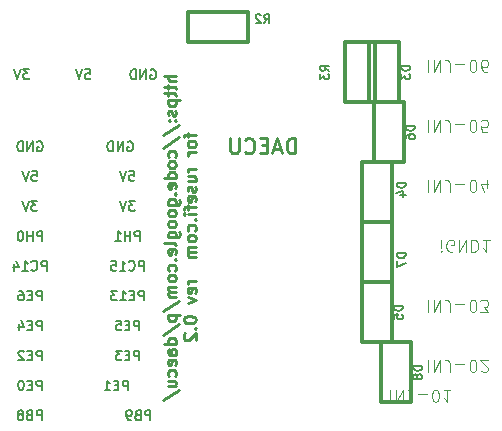
<source format=gbo>
G04 (created by PCBNEW (2013-07-07 BZR 4022)-stable) date 02/12/2013 08:18:55*
%MOIN*%
G04 Gerber Fmt 3.4, Leading zero omitted, Abs format*
%FSLAX34Y34*%
G01*
G70*
G90*
G04 APERTURE LIST*
%ADD10C,0.00590551*%
%ADD11C,0.005*%
%ADD12C,0.01*%
%ADD13C,0.0045*%
%ADD14C,0.012*%
G04 APERTURE END LIST*
G54D10*
G54D11*
X38263Y-49424D02*
X38294Y-49409D01*
X38339Y-49409D01*
X38385Y-49424D01*
X38416Y-49455D01*
X38431Y-49485D01*
X38446Y-49546D01*
X38446Y-49592D01*
X38431Y-49653D01*
X38416Y-49683D01*
X38385Y-49714D01*
X38339Y-49729D01*
X38309Y-49729D01*
X38263Y-49714D01*
X38248Y-49699D01*
X38248Y-49592D01*
X38309Y-49592D01*
X38111Y-49729D02*
X38111Y-49409D01*
X37928Y-49729D01*
X37928Y-49409D01*
X37776Y-49729D02*
X37776Y-49409D01*
X37699Y-49409D01*
X37654Y-49424D01*
X37623Y-49455D01*
X37608Y-49485D01*
X37593Y-49546D01*
X37593Y-49592D01*
X37608Y-49653D01*
X37623Y-49683D01*
X37654Y-49714D01*
X37699Y-49729D01*
X37776Y-49729D01*
X36084Y-49409D02*
X36237Y-49409D01*
X36252Y-49561D01*
X36237Y-49546D01*
X36206Y-49531D01*
X36130Y-49531D01*
X36099Y-49546D01*
X36084Y-49561D01*
X36069Y-49592D01*
X36069Y-49668D01*
X36084Y-49699D01*
X36099Y-49714D01*
X36130Y-49729D01*
X36206Y-49729D01*
X36237Y-49714D01*
X36252Y-49699D01*
X35978Y-49409D02*
X35871Y-49729D01*
X35764Y-49409D01*
X34225Y-49409D02*
X34027Y-49409D01*
X34134Y-49531D01*
X34088Y-49531D01*
X34058Y-49546D01*
X34042Y-49561D01*
X34027Y-49592D01*
X34027Y-49668D01*
X34042Y-49699D01*
X34058Y-49714D01*
X34088Y-49729D01*
X34180Y-49729D01*
X34210Y-49714D01*
X34225Y-49699D01*
X33936Y-49409D02*
X33829Y-49729D01*
X33722Y-49409D01*
X34493Y-51824D02*
X34524Y-51809D01*
X34570Y-51809D01*
X34615Y-51824D01*
X34646Y-51855D01*
X34661Y-51885D01*
X34676Y-51946D01*
X34676Y-51992D01*
X34661Y-52053D01*
X34646Y-52083D01*
X34615Y-52114D01*
X34570Y-52129D01*
X34539Y-52129D01*
X34493Y-52114D01*
X34478Y-52099D01*
X34478Y-51992D01*
X34539Y-51992D01*
X34341Y-52129D02*
X34341Y-51809D01*
X34158Y-52129D01*
X34158Y-51809D01*
X34006Y-52129D02*
X34006Y-51809D01*
X33929Y-51809D01*
X33884Y-51824D01*
X33853Y-51855D01*
X33838Y-51885D01*
X33823Y-51946D01*
X33823Y-51992D01*
X33838Y-52053D01*
X33853Y-52083D01*
X33884Y-52114D01*
X33929Y-52129D01*
X34006Y-52129D01*
X34310Y-52805D02*
X34463Y-52805D01*
X34478Y-52957D01*
X34463Y-52942D01*
X34432Y-52927D01*
X34356Y-52927D01*
X34326Y-52942D01*
X34310Y-52957D01*
X34295Y-52988D01*
X34295Y-53064D01*
X34310Y-53095D01*
X34326Y-53110D01*
X34356Y-53125D01*
X34432Y-53125D01*
X34463Y-53110D01*
X34478Y-53095D01*
X34204Y-52805D02*
X34097Y-53125D01*
X33990Y-52805D01*
X34493Y-53801D02*
X34295Y-53801D01*
X34402Y-53923D01*
X34356Y-53923D01*
X34326Y-53938D01*
X34310Y-53953D01*
X34295Y-53984D01*
X34295Y-54060D01*
X34310Y-54091D01*
X34326Y-54106D01*
X34356Y-54121D01*
X34448Y-54121D01*
X34478Y-54106D01*
X34493Y-54091D01*
X34204Y-53801D02*
X34097Y-54121D01*
X33990Y-53801D01*
X34653Y-55117D02*
X34653Y-54797D01*
X34531Y-54797D01*
X34501Y-54812D01*
X34486Y-54828D01*
X34470Y-54858D01*
X34470Y-54904D01*
X34486Y-54934D01*
X34501Y-54949D01*
X34531Y-54965D01*
X34653Y-54965D01*
X34333Y-55117D02*
X34333Y-54797D01*
X34333Y-54949D02*
X34150Y-54949D01*
X34150Y-55117D02*
X34150Y-54797D01*
X33937Y-54797D02*
X33907Y-54797D01*
X33876Y-54812D01*
X33861Y-54828D01*
X33846Y-54858D01*
X33830Y-54919D01*
X33830Y-54995D01*
X33846Y-55056D01*
X33861Y-55087D01*
X33876Y-55102D01*
X33907Y-55117D01*
X33937Y-55117D01*
X33968Y-55102D01*
X33983Y-55087D01*
X33998Y-55056D01*
X34013Y-54995D01*
X34013Y-54919D01*
X33998Y-54858D01*
X33983Y-54828D01*
X33968Y-54812D01*
X33937Y-54797D01*
X34798Y-56113D02*
X34798Y-55793D01*
X34676Y-55793D01*
X34646Y-55808D01*
X34630Y-55824D01*
X34615Y-55854D01*
X34615Y-55900D01*
X34630Y-55930D01*
X34646Y-55945D01*
X34676Y-55961D01*
X34798Y-55961D01*
X34295Y-56083D02*
X34310Y-56098D01*
X34356Y-56113D01*
X34387Y-56113D01*
X34432Y-56098D01*
X34463Y-56067D01*
X34478Y-56037D01*
X34493Y-55976D01*
X34493Y-55930D01*
X34478Y-55869D01*
X34463Y-55839D01*
X34432Y-55808D01*
X34387Y-55793D01*
X34356Y-55793D01*
X34310Y-55808D01*
X34295Y-55824D01*
X33990Y-56113D02*
X34173Y-56113D01*
X34082Y-56113D02*
X34082Y-55793D01*
X34112Y-55839D01*
X34143Y-55869D01*
X34173Y-55884D01*
X33716Y-55900D02*
X33716Y-56113D01*
X33792Y-55778D02*
X33869Y-56006D01*
X33670Y-56006D01*
X34630Y-57109D02*
X34630Y-56789D01*
X34509Y-56789D01*
X34478Y-56804D01*
X34463Y-56820D01*
X34448Y-56850D01*
X34448Y-56896D01*
X34463Y-56926D01*
X34478Y-56941D01*
X34509Y-56957D01*
X34630Y-56957D01*
X34310Y-56941D02*
X34204Y-56941D01*
X34158Y-57109D02*
X34310Y-57109D01*
X34310Y-56789D01*
X34158Y-56789D01*
X33884Y-56789D02*
X33945Y-56789D01*
X33975Y-56804D01*
X33990Y-56820D01*
X34021Y-56865D01*
X34036Y-56926D01*
X34036Y-57048D01*
X34021Y-57079D01*
X34006Y-57094D01*
X33975Y-57109D01*
X33914Y-57109D01*
X33884Y-57094D01*
X33869Y-57079D01*
X33853Y-57048D01*
X33853Y-56972D01*
X33869Y-56941D01*
X33884Y-56926D01*
X33914Y-56911D01*
X33975Y-56911D01*
X34006Y-56926D01*
X34021Y-56941D01*
X34036Y-56972D01*
X34630Y-58105D02*
X34630Y-57785D01*
X34509Y-57785D01*
X34478Y-57800D01*
X34463Y-57816D01*
X34448Y-57846D01*
X34448Y-57892D01*
X34463Y-57922D01*
X34478Y-57937D01*
X34509Y-57953D01*
X34630Y-57953D01*
X34310Y-57937D02*
X34204Y-57937D01*
X34158Y-58105D02*
X34310Y-58105D01*
X34310Y-57785D01*
X34158Y-57785D01*
X33884Y-57892D02*
X33884Y-58105D01*
X33960Y-57770D02*
X34036Y-57998D01*
X33838Y-57998D01*
X34630Y-59101D02*
X34630Y-58781D01*
X34509Y-58781D01*
X34478Y-58796D01*
X34463Y-58812D01*
X34448Y-58842D01*
X34448Y-58888D01*
X34463Y-58918D01*
X34478Y-58933D01*
X34509Y-58949D01*
X34630Y-58949D01*
X34310Y-58933D02*
X34204Y-58933D01*
X34158Y-59101D02*
X34310Y-59101D01*
X34310Y-58781D01*
X34158Y-58781D01*
X34036Y-58812D02*
X34021Y-58796D01*
X33990Y-58781D01*
X33914Y-58781D01*
X33884Y-58796D01*
X33869Y-58812D01*
X33853Y-58842D01*
X33853Y-58872D01*
X33869Y-58918D01*
X34051Y-59101D01*
X33853Y-59101D01*
X34630Y-60097D02*
X34630Y-59777D01*
X34509Y-59777D01*
X34478Y-59792D01*
X34463Y-59808D01*
X34448Y-59838D01*
X34448Y-59884D01*
X34463Y-59914D01*
X34478Y-59929D01*
X34509Y-59945D01*
X34630Y-59945D01*
X34310Y-59929D02*
X34204Y-59929D01*
X34158Y-60097D02*
X34310Y-60097D01*
X34310Y-59777D01*
X34158Y-59777D01*
X33960Y-59777D02*
X33930Y-59777D01*
X33899Y-59792D01*
X33884Y-59808D01*
X33869Y-59838D01*
X33853Y-59899D01*
X33853Y-59975D01*
X33869Y-60036D01*
X33884Y-60067D01*
X33899Y-60082D01*
X33930Y-60097D01*
X33960Y-60097D01*
X33990Y-60082D01*
X34006Y-60067D01*
X34021Y-60036D01*
X34036Y-59975D01*
X34036Y-59899D01*
X34021Y-59838D01*
X34006Y-59808D01*
X33990Y-59792D01*
X33960Y-59777D01*
X34646Y-61093D02*
X34646Y-60773D01*
X34524Y-60773D01*
X34493Y-60788D01*
X34478Y-60804D01*
X34463Y-60834D01*
X34463Y-60880D01*
X34478Y-60910D01*
X34493Y-60925D01*
X34524Y-60941D01*
X34646Y-60941D01*
X34219Y-60925D02*
X34173Y-60941D01*
X34158Y-60956D01*
X34143Y-60986D01*
X34143Y-61032D01*
X34158Y-61063D01*
X34173Y-61078D01*
X34204Y-61093D01*
X34326Y-61093D01*
X34326Y-60773D01*
X34219Y-60773D01*
X34189Y-60788D01*
X34173Y-60804D01*
X34158Y-60834D01*
X34158Y-60864D01*
X34173Y-60895D01*
X34189Y-60910D01*
X34219Y-60925D01*
X34326Y-60925D01*
X33960Y-60910D02*
X33990Y-60895D01*
X34006Y-60880D01*
X34021Y-60849D01*
X34021Y-60834D01*
X34006Y-60804D01*
X33990Y-60788D01*
X33960Y-60773D01*
X33899Y-60773D01*
X33869Y-60788D01*
X33853Y-60804D01*
X33838Y-60834D01*
X33838Y-60849D01*
X33853Y-60880D01*
X33869Y-60895D01*
X33899Y-60910D01*
X33960Y-60910D01*
X33990Y-60925D01*
X34006Y-60941D01*
X34021Y-60971D01*
X34021Y-61032D01*
X34006Y-61063D01*
X33990Y-61078D01*
X33960Y-61093D01*
X33899Y-61093D01*
X33869Y-61078D01*
X33853Y-61063D01*
X33838Y-61032D01*
X33838Y-60971D01*
X33853Y-60941D01*
X33869Y-60925D01*
X33899Y-60910D01*
X37500Y-51824D02*
X37530Y-51809D01*
X37576Y-51809D01*
X37621Y-51824D01*
X37652Y-51855D01*
X37667Y-51885D01*
X37682Y-51946D01*
X37682Y-51992D01*
X37667Y-52053D01*
X37652Y-52083D01*
X37621Y-52114D01*
X37576Y-52129D01*
X37545Y-52129D01*
X37500Y-52114D01*
X37484Y-52099D01*
X37484Y-51992D01*
X37545Y-51992D01*
X37347Y-52129D02*
X37347Y-51809D01*
X37164Y-52129D01*
X37164Y-51809D01*
X37012Y-52129D02*
X37012Y-51809D01*
X36936Y-51809D01*
X36890Y-51824D01*
X36860Y-51855D01*
X36844Y-51885D01*
X36829Y-51946D01*
X36829Y-51992D01*
X36844Y-52053D01*
X36860Y-52083D01*
X36890Y-52114D01*
X36936Y-52129D01*
X37012Y-52129D01*
X37560Y-52805D02*
X37713Y-52805D01*
X37728Y-52957D01*
X37713Y-52942D01*
X37682Y-52927D01*
X37606Y-52927D01*
X37576Y-52942D01*
X37560Y-52957D01*
X37545Y-52988D01*
X37545Y-53064D01*
X37560Y-53095D01*
X37576Y-53110D01*
X37606Y-53125D01*
X37682Y-53125D01*
X37713Y-53110D01*
X37728Y-53095D01*
X37454Y-52805D02*
X37347Y-53125D01*
X37240Y-52805D01*
X37743Y-53801D02*
X37545Y-53801D01*
X37652Y-53923D01*
X37606Y-53923D01*
X37576Y-53938D01*
X37560Y-53953D01*
X37545Y-53984D01*
X37545Y-54060D01*
X37560Y-54091D01*
X37576Y-54106D01*
X37606Y-54121D01*
X37698Y-54121D01*
X37728Y-54106D01*
X37743Y-54091D01*
X37454Y-53801D02*
X37347Y-54121D01*
X37240Y-53801D01*
X37903Y-55117D02*
X37903Y-54797D01*
X37781Y-54797D01*
X37751Y-54812D01*
X37736Y-54828D01*
X37720Y-54858D01*
X37720Y-54904D01*
X37736Y-54934D01*
X37751Y-54949D01*
X37781Y-54965D01*
X37903Y-54965D01*
X37583Y-55117D02*
X37583Y-54797D01*
X37583Y-54949D02*
X37400Y-54949D01*
X37400Y-55117D02*
X37400Y-54797D01*
X37080Y-55117D02*
X37263Y-55117D01*
X37172Y-55117D02*
X37172Y-54797D01*
X37202Y-54843D01*
X37233Y-54873D01*
X37263Y-54888D01*
X38048Y-56113D02*
X38048Y-55793D01*
X37926Y-55793D01*
X37896Y-55808D01*
X37880Y-55824D01*
X37865Y-55854D01*
X37865Y-55900D01*
X37880Y-55930D01*
X37896Y-55945D01*
X37926Y-55961D01*
X38048Y-55961D01*
X37545Y-56083D02*
X37560Y-56098D01*
X37606Y-56113D01*
X37637Y-56113D01*
X37682Y-56098D01*
X37713Y-56067D01*
X37728Y-56037D01*
X37743Y-55976D01*
X37743Y-55930D01*
X37728Y-55869D01*
X37713Y-55839D01*
X37682Y-55808D01*
X37637Y-55793D01*
X37606Y-55793D01*
X37560Y-55808D01*
X37545Y-55824D01*
X37240Y-56113D02*
X37423Y-56113D01*
X37332Y-56113D02*
X37332Y-55793D01*
X37362Y-55839D01*
X37393Y-55869D01*
X37423Y-55884D01*
X36951Y-55793D02*
X37103Y-55793D01*
X37119Y-55945D01*
X37103Y-55930D01*
X37073Y-55915D01*
X36997Y-55915D01*
X36966Y-55930D01*
X36951Y-55945D01*
X36936Y-55976D01*
X36936Y-56052D01*
X36951Y-56083D01*
X36966Y-56098D01*
X36997Y-56113D01*
X37073Y-56113D01*
X37103Y-56098D01*
X37119Y-56083D01*
X38033Y-57109D02*
X38033Y-56789D01*
X37911Y-56789D01*
X37880Y-56804D01*
X37865Y-56820D01*
X37850Y-56850D01*
X37850Y-56896D01*
X37865Y-56926D01*
X37880Y-56941D01*
X37911Y-56957D01*
X38033Y-56957D01*
X37713Y-56941D02*
X37606Y-56941D01*
X37560Y-57109D02*
X37713Y-57109D01*
X37713Y-56789D01*
X37560Y-56789D01*
X37256Y-57109D02*
X37439Y-57109D01*
X37347Y-57109D02*
X37347Y-56789D01*
X37378Y-56835D01*
X37408Y-56865D01*
X37439Y-56880D01*
X37149Y-56789D02*
X36951Y-56789D01*
X37058Y-56911D01*
X37012Y-56911D01*
X36981Y-56926D01*
X36966Y-56941D01*
X36951Y-56972D01*
X36951Y-57048D01*
X36966Y-57079D01*
X36981Y-57094D01*
X37012Y-57109D01*
X37103Y-57109D01*
X37134Y-57094D01*
X37149Y-57079D01*
X37880Y-58105D02*
X37880Y-57785D01*
X37759Y-57785D01*
X37728Y-57800D01*
X37713Y-57816D01*
X37698Y-57846D01*
X37698Y-57892D01*
X37713Y-57922D01*
X37728Y-57937D01*
X37759Y-57953D01*
X37880Y-57953D01*
X37560Y-57937D02*
X37454Y-57937D01*
X37408Y-58105D02*
X37560Y-58105D01*
X37560Y-57785D01*
X37408Y-57785D01*
X37119Y-57785D02*
X37271Y-57785D01*
X37286Y-57937D01*
X37271Y-57922D01*
X37240Y-57907D01*
X37164Y-57907D01*
X37134Y-57922D01*
X37119Y-57937D01*
X37103Y-57968D01*
X37103Y-58044D01*
X37119Y-58075D01*
X37134Y-58090D01*
X37164Y-58105D01*
X37240Y-58105D01*
X37271Y-58090D01*
X37286Y-58075D01*
X37880Y-59101D02*
X37880Y-58781D01*
X37759Y-58781D01*
X37728Y-58796D01*
X37713Y-58812D01*
X37698Y-58842D01*
X37698Y-58888D01*
X37713Y-58918D01*
X37728Y-58933D01*
X37759Y-58949D01*
X37880Y-58949D01*
X37560Y-58933D02*
X37454Y-58933D01*
X37408Y-59101D02*
X37560Y-59101D01*
X37560Y-58781D01*
X37408Y-58781D01*
X37301Y-58781D02*
X37103Y-58781D01*
X37210Y-58903D01*
X37164Y-58903D01*
X37134Y-58918D01*
X37119Y-58933D01*
X37103Y-58964D01*
X37103Y-59040D01*
X37119Y-59071D01*
X37134Y-59086D01*
X37164Y-59101D01*
X37256Y-59101D01*
X37286Y-59086D01*
X37301Y-59071D01*
X37515Y-60097D02*
X37515Y-59777D01*
X37393Y-59777D01*
X37362Y-59792D01*
X37347Y-59808D01*
X37332Y-59838D01*
X37332Y-59884D01*
X37347Y-59914D01*
X37362Y-59929D01*
X37393Y-59945D01*
X37515Y-59945D01*
X37195Y-59929D02*
X37088Y-59929D01*
X37042Y-60097D02*
X37195Y-60097D01*
X37195Y-59777D01*
X37042Y-59777D01*
X36738Y-60097D02*
X36920Y-60097D01*
X36829Y-60097D02*
X36829Y-59777D01*
X36860Y-59823D01*
X36890Y-59853D01*
X36920Y-59868D01*
X38261Y-61093D02*
X38261Y-60773D01*
X38139Y-60773D01*
X38109Y-60788D01*
X38094Y-60804D01*
X38079Y-60834D01*
X38079Y-60880D01*
X38094Y-60910D01*
X38109Y-60925D01*
X38139Y-60941D01*
X38261Y-60941D01*
X37835Y-60925D02*
X37789Y-60941D01*
X37774Y-60956D01*
X37759Y-60986D01*
X37759Y-61032D01*
X37774Y-61063D01*
X37789Y-61078D01*
X37819Y-61093D01*
X37941Y-61093D01*
X37941Y-60773D01*
X37835Y-60773D01*
X37804Y-60788D01*
X37789Y-60804D01*
X37774Y-60834D01*
X37774Y-60864D01*
X37789Y-60895D01*
X37804Y-60910D01*
X37835Y-60925D01*
X37941Y-60925D01*
X37606Y-61093D02*
X37545Y-61093D01*
X37515Y-61078D01*
X37499Y-61063D01*
X37469Y-61017D01*
X37454Y-60956D01*
X37454Y-60834D01*
X37469Y-60804D01*
X37484Y-60788D01*
X37515Y-60773D01*
X37576Y-60773D01*
X37606Y-60788D01*
X37621Y-60804D01*
X37637Y-60834D01*
X37637Y-60910D01*
X37621Y-60941D01*
X37606Y-60956D01*
X37576Y-60971D01*
X37515Y-60971D01*
X37484Y-60956D01*
X37469Y-60941D01*
X37454Y-60910D01*
G54D12*
X43083Y-52202D02*
X43083Y-51702D01*
X42964Y-51702D01*
X42892Y-51726D01*
X42845Y-51773D01*
X42821Y-51821D01*
X42797Y-51916D01*
X42797Y-51988D01*
X42821Y-52083D01*
X42845Y-52130D01*
X42892Y-52178D01*
X42964Y-52202D01*
X43083Y-52202D01*
X42607Y-52059D02*
X42369Y-52059D01*
X42654Y-52202D02*
X42488Y-51702D01*
X42321Y-52202D01*
X42154Y-51940D02*
X41988Y-51940D01*
X41916Y-52202D02*
X42154Y-52202D01*
X42154Y-51702D01*
X41916Y-51702D01*
X41416Y-52154D02*
X41440Y-52178D01*
X41511Y-52202D01*
X41559Y-52202D01*
X41630Y-52178D01*
X41678Y-52130D01*
X41702Y-52083D01*
X41726Y-51988D01*
X41726Y-51916D01*
X41702Y-51821D01*
X41678Y-51773D01*
X41630Y-51726D01*
X41559Y-51702D01*
X41511Y-51702D01*
X41440Y-51726D01*
X41416Y-51750D01*
X41202Y-51702D02*
X41202Y-52107D01*
X41178Y-52154D01*
X41154Y-52178D01*
X41107Y-52202D01*
X41011Y-52202D01*
X40964Y-52178D01*
X40940Y-52154D01*
X40916Y-52107D01*
X40916Y-51702D01*
X39111Y-49619D02*
X38711Y-49619D01*
X39111Y-49790D02*
X38902Y-49790D01*
X38864Y-49771D01*
X38845Y-49733D01*
X38845Y-49676D01*
X38864Y-49638D01*
X38883Y-49619D01*
X38845Y-49923D02*
X38845Y-50076D01*
X38711Y-49980D02*
X39054Y-49980D01*
X39092Y-50000D01*
X39111Y-50038D01*
X39111Y-50076D01*
X38845Y-50152D02*
X38845Y-50304D01*
X38711Y-50209D02*
X39054Y-50209D01*
X39092Y-50228D01*
X39111Y-50266D01*
X39111Y-50304D01*
X38845Y-50438D02*
X39245Y-50438D01*
X38864Y-50438D02*
X38845Y-50476D01*
X38845Y-50552D01*
X38864Y-50590D01*
X38883Y-50609D01*
X38921Y-50628D01*
X39035Y-50628D01*
X39073Y-50609D01*
X39092Y-50590D01*
X39111Y-50552D01*
X39111Y-50476D01*
X39092Y-50438D01*
X39092Y-50780D02*
X39111Y-50819D01*
X39111Y-50895D01*
X39092Y-50933D01*
X39054Y-50952D01*
X39035Y-50952D01*
X38997Y-50933D01*
X38978Y-50895D01*
X38978Y-50838D01*
X38959Y-50800D01*
X38921Y-50780D01*
X38902Y-50780D01*
X38864Y-50800D01*
X38845Y-50838D01*
X38845Y-50895D01*
X38864Y-50933D01*
X39073Y-51123D02*
X39092Y-51142D01*
X39111Y-51123D01*
X39092Y-51104D01*
X39073Y-51123D01*
X39111Y-51123D01*
X38864Y-51123D02*
X38883Y-51142D01*
X38902Y-51123D01*
X38883Y-51104D01*
X38864Y-51123D01*
X38902Y-51123D01*
X38692Y-51600D02*
X39207Y-51257D01*
X38692Y-52019D02*
X39207Y-51676D01*
X39092Y-52323D02*
X39111Y-52285D01*
X39111Y-52209D01*
X39092Y-52171D01*
X39073Y-52152D01*
X39035Y-52133D01*
X38921Y-52133D01*
X38883Y-52152D01*
X38864Y-52171D01*
X38845Y-52209D01*
X38845Y-52285D01*
X38864Y-52323D01*
X39111Y-52552D02*
X39092Y-52514D01*
X39073Y-52495D01*
X39035Y-52476D01*
X38921Y-52476D01*
X38883Y-52495D01*
X38864Y-52514D01*
X38845Y-52552D01*
X38845Y-52609D01*
X38864Y-52647D01*
X38883Y-52666D01*
X38921Y-52685D01*
X39035Y-52685D01*
X39073Y-52666D01*
X39092Y-52647D01*
X39111Y-52609D01*
X39111Y-52552D01*
X39111Y-53028D02*
X38711Y-53028D01*
X39092Y-53028D02*
X39111Y-52990D01*
X39111Y-52914D01*
X39092Y-52876D01*
X39073Y-52857D01*
X39035Y-52838D01*
X38921Y-52838D01*
X38883Y-52857D01*
X38864Y-52876D01*
X38845Y-52914D01*
X38845Y-52990D01*
X38864Y-53028D01*
X39092Y-53371D02*
X39111Y-53333D01*
X39111Y-53257D01*
X39092Y-53219D01*
X39054Y-53200D01*
X38902Y-53200D01*
X38864Y-53219D01*
X38845Y-53257D01*
X38845Y-53333D01*
X38864Y-53371D01*
X38902Y-53390D01*
X38940Y-53390D01*
X38978Y-53200D01*
X39073Y-53561D02*
X39092Y-53580D01*
X39111Y-53561D01*
X39092Y-53542D01*
X39073Y-53561D01*
X39111Y-53561D01*
X38845Y-53923D02*
X39169Y-53923D01*
X39207Y-53904D01*
X39226Y-53885D01*
X39245Y-53847D01*
X39245Y-53790D01*
X39226Y-53752D01*
X39092Y-53923D02*
X39111Y-53885D01*
X39111Y-53809D01*
X39092Y-53771D01*
X39073Y-53752D01*
X39035Y-53733D01*
X38921Y-53733D01*
X38883Y-53752D01*
X38864Y-53771D01*
X38845Y-53809D01*
X38845Y-53885D01*
X38864Y-53923D01*
X39111Y-54171D02*
X39092Y-54133D01*
X39073Y-54114D01*
X39035Y-54095D01*
X38921Y-54095D01*
X38883Y-54114D01*
X38864Y-54133D01*
X38845Y-54171D01*
X38845Y-54228D01*
X38864Y-54266D01*
X38883Y-54285D01*
X38921Y-54304D01*
X39035Y-54304D01*
X39073Y-54285D01*
X39092Y-54266D01*
X39111Y-54228D01*
X39111Y-54171D01*
X39111Y-54533D02*
X39092Y-54495D01*
X39073Y-54476D01*
X39035Y-54457D01*
X38921Y-54457D01*
X38883Y-54476D01*
X38864Y-54495D01*
X38845Y-54533D01*
X38845Y-54590D01*
X38864Y-54628D01*
X38883Y-54647D01*
X38921Y-54666D01*
X39035Y-54666D01*
X39073Y-54647D01*
X39092Y-54628D01*
X39111Y-54590D01*
X39111Y-54533D01*
X38845Y-55009D02*
X39169Y-55009D01*
X39207Y-54990D01*
X39226Y-54971D01*
X39245Y-54933D01*
X39245Y-54876D01*
X39226Y-54838D01*
X39092Y-55009D02*
X39111Y-54971D01*
X39111Y-54895D01*
X39092Y-54857D01*
X39073Y-54838D01*
X39035Y-54819D01*
X38921Y-54819D01*
X38883Y-54838D01*
X38864Y-54857D01*
X38845Y-54895D01*
X38845Y-54971D01*
X38864Y-55009D01*
X39111Y-55257D02*
X39092Y-55219D01*
X39054Y-55200D01*
X38711Y-55200D01*
X39092Y-55561D02*
X39111Y-55523D01*
X39111Y-55447D01*
X39092Y-55409D01*
X39054Y-55390D01*
X38902Y-55390D01*
X38864Y-55409D01*
X38845Y-55447D01*
X38845Y-55523D01*
X38864Y-55561D01*
X38902Y-55580D01*
X38940Y-55580D01*
X38978Y-55390D01*
X39073Y-55752D02*
X39092Y-55771D01*
X39111Y-55752D01*
X39092Y-55733D01*
X39073Y-55752D01*
X39111Y-55752D01*
X39092Y-56114D02*
X39111Y-56076D01*
X39111Y-56000D01*
X39092Y-55961D01*
X39073Y-55942D01*
X39035Y-55923D01*
X38921Y-55923D01*
X38883Y-55942D01*
X38864Y-55961D01*
X38845Y-56000D01*
X38845Y-56076D01*
X38864Y-56114D01*
X39111Y-56342D02*
X39092Y-56304D01*
X39073Y-56285D01*
X39035Y-56266D01*
X38921Y-56266D01*
X38883Y-56285D01*
X38864Y-56304D01*
X38845Y-56342D01*
X38845Y-56399D01*
X38864Y-56438D01*
X38883Y-56457D01*
X38921Y-56476D01*
X39035Y-56476D01*
X39073Y-56457D01*
X39092Y-56438D01*
X39111Y-56399D01*
X39111Y-56342D01*
X39111Y-56647D02*
X38845Y-56647D01*
X38883Y-56647D02*
X38864Y-56666D01*
X38845Y-56704D01*
X38845Y-56761D01*
X38864Y-56799D01*
X38902Y-56819D01*
X39111Y-56819D01*
X38902Y-56819D02*
X38864Y-56838D01*
X38845Y-56876D01*
X38845Y-56933D01*
X38864Y-56971D01*
X38902Y-56990D01*
X39111Y-56990D01*
X38692Y-57466D02*
X39207Y-57123D01*
X38845Y-57600D02*
X39245Y-57600D01*
X38864Y-57600D02*
X38845Y-57638D01*
X38845Y-57714D01*
X38864Y-57752D01*
X38883Y-57771D01*
X38921Y-57790D01*
X39035Y-57790D01*
X39073Y-57771D01*
X39092Y-57752D01*
X39111Y-57714D01*
X39111Y-57638D01*
X39092Y-57600D01*
X38692Y-58247D02*
X39207Y-57904D01*
X39111Y-58552D02*
X38711Y-58552D01*
X39092Y-58552D02*
X39111Y-58514D01*
X39111Y-58438D01*
X39092Y-58400D01*
X39073Y-58380D01*
X39035Y-58361D01*
X38921Y-58361D01*
X38883Y-58380D01*
X38864Y-58400D01*
X38845Y-58438D01*
X38845Y-58514D01*
X38864Y-58552D01*
X39111Y-58914D02*
X38902Y-58914D01*
X38864Y-58895D01*
X38845Y-58857D01*
X38845Y-58780D01*
X38864Y-58742D01*
X39092Y-58914D02*
X39111Y-58876D01*
X39111Y-58780D01*
X39092Y-58742D01*
X39054Y-58723D01*
X39016Y-58723D01*
X38978Y-58742D01*
X38959Y-58780D01*
X38959Y-58876D01*
X38940Y-58914D01*
X39092Y-59257D02*
X39111Y-59219D01*
X39111Y-59142D01*
X39092Y-59104D01*
X39054Y-59085D01*
X38902Y-59085D01*
X38864Y-59104D01*
X38845Y-59142D01*
X38845Y-59219D01*
X38864Y-59257D01*
X38902Y-59276D01*
X38940Y-59276D01*
X38978Y-59085D01*
X39092Y-59619D02*
X39111Y-59580D01*
X39111Y-59504D01*
X39092Y-59466D01*
X39073Y-59447D01*
X39035Y-59428D01*
X38921Y-59428D01*
X38883Y-59447D01*
X38864Y-59466D01*
X38845Y-59504D01*
X38845Y-59580D01*
X38864Y-59619D01*
X38845Y-59961D02*
X39111Y-59961D01*
X38845Y-59790D02*
X39054Y-59790D01*
X39092Y-59809D01*
X39111Y-59847D01*
X39111Y-59904D01*
X39092Y-59942D01*
X39073Y-59961D01*
X38692Y-60438D02*
X39207Y-60095D01*
X39505Y-51523D02*
X39505Y-51676D01*
X39771Y-51580D02*
X39429Y-51580D01*
X39390Y-51600D01*
X39371Y-51638D01*
X39371Y-51676D01*
X39771Y-51866D02*
X39752Y-51828D01*
X39733Y-51809D01*
X39695Y-51790D01*
X39581Y-51790D01*
X39543Y-51809D01*
X39524Y-51828D01*
X39505Y-51866D01*
X39505Y-51923D01*
X39524Y-51961D01*
X39543Y-51980D01*
X39581Y-52000D01*
X39695Y-52000D01*
X39733Y-51980D01*
X39752Y-51961D01*
X39771Y-51923D01*
X39771Y-51866D01*
X39771Y-52171D02*
X39505Y-52171D01*
X39581Y-52171D02*
X39543Y-52190D01*
X39524Y-52209D01*
X39505Y-52247D01*
X39505Y-52285D01*
X39771Y-52723D02*
X39505Y-52723D01*
X39581Y-52723D02*
X39543Y-52742D01*
X39524Y-52761D01*
X39505Y-52800D01*
X39505Y-52838D01*
X39505Y-53142D02*
X39771Y-53142D01*
X39505Y-52971D02*
X39714Y-52971D01*
X39752Y-52990D01*
X39771Y-53028D01*
X39771Y-53085D01*
X39752Y-53123D01*
X39733Y-53142D01*
X39752Y-53314D02*
X39771Y-53352D01*
X39771Y-53428D01*
X39752Y-53466D01*
X39714Y-53485D01*
X39695Y-53485D01*
X39657Y-53466D01*
X39638Y-53428D01*
X39638Y-53371D01*
X39619Y-53333D01*
X39581Y-53314D01*
X39562Y-53314D01*
X39524Y-53333D01*
X39505Y-53371D01*
X39505Y-53428D01*
X39524Y-53466D01*
X39752Y-53809D02*
X39771Y-53771D01*
X39771Y-53695D01*
X39752Y-53657D01*
X39714Y-53638D01*
X39562Y-53638D01*
X39524Y-53657D01*
X39505Y-53695D01*
X39505Y-53771D01*
X39524Y-53809D01*
X39562Y-53828D01*
X39600Y-53828D01*
X39638Y-53638D01*
X39505Y-53942D02*
X39505Y-54095D01*
X39771Y-54000D02*
X39429Y-54000D01*
X39390Y-54019D01*
X39371Y-54057D01*
X39371Y-54095D01*
X39771Y-54228D02*
X39505Y-54228D01*
X39371Y-54228D02*
X39390Y-54209D01*
X39410Y-54228D01*
X39390Y-54247D01*
X39371Y-54228D01*
X39410Y-54228D01*
X39733Y-54419D02*
X39752Y-54438D01*
X39771Y-54419D01*
X39752Y-54400D01*
X39733Y-54419D01*
X39771Y-54419D01*
X39752Y-54780D02*
X39771Y-54742D01*
X39771Y-54666D01*
X39752Y-54628D01*
X39733Y-54609D01*
X39695Y-54590D01*
X39581Y-54590D01*
X39543Y-54609D01*
X39524Y-54628D01*
X39505Y-54666D01*
X39505Y-54742D01*
X39524Y-54780D01*
X39771Y-55009D02*
X39752Y-54971D01*
X39733Y-54952D01*
X39695Y-54933D01*
X39581Y-54933D01*
X39543Y-54952D01*
X39524Y-54971D01*
X39505Y-55009D01*
X39505Y-55066D01*
X39524Y-55104D01*
X39543Y-55123D01*
X39581Y-55142D01*
X39695Y-55142D01*
X39733Y-55123D01*
X39752Y-55104D01*
X39771Y-55066D01*
X39771Y-55009D01*
X39771Y-55314D02*
X39505Y-55314D01*
X39543Y-55314D02*
X39524Y-55333D01*
X39505Y-55371D01*
X39505Y-55428D01*
X39524Y-55466D01*
X39562Y-55485D01*
X39771Y-55485D01*
X39562Y-55485D02*
X39524Y-55504D01*
X39505Y-55542D01*
X39505Y-55600D01*
X39524Y-55638D01*
X39562Y-55657D01*
X39771Y-55657D01*
X39771Y-56457D02*
X39505Y-56457D01*
X39581Y-56457D02*
X39543Y-56476D01*
X39524Y-56495D01*
X39505Y-56533D01*
X39505Y-56571D01*
X39752Y-56857D02*
X39771Y-56819D01*
X39771Y-56742D01*
X39752Y-56704D01*
X39714Y-56685D01*
X39562Y-56685D01*
X39524Y-56704D01*
X39505Y-56742D01*
X39505Y-56819D01*
X39524Y-56857D01*
X39562Y-56876D01*
X39600Y-56876D01*
X39638Y-56685D01*
X39505Y-57009D02*
X39771Y-57104D01*
X39505Y-57199D01*
X39371Y-57733D02*
X39371Y-57771D01*
X39390Y-57809D01*
X39410Y-57828D01*
X39448Y-57847D01*
X39524Y-57866D01*
X39619Y-57866D01*
X39695Y-57847D01*
X39733Y-57828D01*
X39752Y-57809D01*
X39771Y-57771D01*
X39771Y-57733D01*
X39752Y-57695D01*
X39733Y-57676D01*
X39695Y-57657D01*
X39619Y-57638D01*
X39524Y-57638D01*
X39448Y-57657D01*
X39410Y-57676D01*
X39390Y-57695D01*
X39371Y-57733D01*
X39733Y-58038D02*
X39752Y-58057D01*
X39771Y-58038D01*
X39752Y-58019D01*
X39733Y-58038D01*
X39771Y-58038D01*
X39410Y-58209D02*
X39390Y-58228D01*
X39371Y-58266D01*
X39371Y-58361D01*
X39390Y-58399D01*
X39410Y-58419D01*
X39448Y-58438D01*
X39486Y-58438D01*
X39543Y-58419D01*
X39771Y-58190D01*
X39771Y-58438D01*
G54D13*
X47509Y-53088D02*
X47509Y-53488D01*
X47700Y-53088D02*
X47700Y-53488D01*
X47928Y-53088D01*
X47928Y-53488D01*
X48233Y-53488D02*
X48233Y-53202D01*
X48214Y-53145D01*
X48176Y-53107D01*
X48119Y-53088D01*
X48080Y-53088D01*
X48423Y-53240D02*
X48728Y-53240D01*
X48995Y-53488D02*
X49033Y-53488D01*
X49071Y-53469D01*
X49090Y-53450D01*
X49109Y-53411D01*
X49128Y-53335D01*
X49128Y-53240D01*
X49109Y-53164D01*
X49090Y-53126D01*
X49071Y-53107D01*
X49033Y-53088D01*
X48995Y-53088D01*
X48957Y-53107D01*
X48938Y-53126D01*
X48919Y-53164D01*
X48900Y-53240D01*
X48900Y-53335D01*
X48919Y-53411D01*
X48938Y-53450D01*
X48957Y-53469D01*
X48995Y-53488D01*
X49471Y-53354D02*
X49471Y-53088D01*
X49376Y-53507D02*
X49280Y-53221D01*
X49528Y-53221D01*
X47509Y-51088D02*
X47509Y-51488D01*
X47700Y-51088D02*
X47700Y-51488D01*
X47928Y-51088D01*
X47928Y-51488D01*
X48233Y-51488D02*
X48233Y-51202D01*
X48214Y-51145D01*
X48176Y-51107D01*
X48119Y-51088D01*
X48080Y-51088D01*
X48423Y-51240D02*
X48728Y-51240D01*
X48995Y-51488D02*
X49033Y-51488D01*
X49071Y-51469D01*
X49090Y-51450D01*
X49109Y-51411D01*
X49128Y-51335D01*
X49128Y-51240D01*
X49109Y-51164D01*
X49090Y-51126D01*
X49071Y-51107D01*
X49033Y-51088D01*
X48995Y-51088D01*
X48957Y-51107D01*
X48938Y-51126D01*
X48919Y-51164D01*
X48900Y-51240D01*
X48900Y-51335D01*
X48919Y-51411D01*
X48938Y-51450D01*
X48957Y-51469D01*
X48995Y-51488D01*
X49490Y-51488D02*
X49300Y-51488D01*
X49280Y-51297D01*
X49300Y-51316D01*
X49338Y-51335D01*
X49433Y-51335D01*
X49471Y-51316D01*
X49490Y-51297D01*
X49509Y-51259D01*
X49509Y-51164D01*
X49490Y-51126D01*
X49471Y-51107D01*
X49433Y-51088D01*
X49338Y-51088D01*
X49300Y-51107D01*
X49280Y-51126D01*
X47509Y-49088D02*
X47509Y-49488D01*
X47700Y-49088D02*
X47700Y-49488D01*
X47928Y-49088D01*
X47928Y-49488D01*
X48233Y-49488D02*
X48233Y-49202D01*
X48214Y-49145D01*
X48176Y-49107D01*
X48119Y-49088D01*
X48080Y-49088D01*
X48423Y-49240D02*
X48728Y-49240D01*
X48995Y-49488D02*
X49033Y-49488D01*
X49071Y-49469D01*
X49090Y-49450D01*
X49109Y-49411D01*
X49128Y-49335D01*
X49128Y-49240D01*
X49109Y-49164D01*
X49090Y-49126D01*
X49071Y-49107D01*
X49033Y-49088D01*
X48995Y-49088D01*
X48957Y-49107D01*
X48938Y-49126D01*
X48919Y-49164D01*
X48900Y-49240D01*
X48900Y-49335D01*
X48919Y-49411D01*
X48938Y-49450D01*
X48957Y-49469D01*
X48995Y-49488D01*
X49471Y-49488D02*
X49395Y-49488D01*
X49357Y-49469D01*
X49338Y-49450D01*
X49300Y-49392D01*
X49280Y-49316D01*
X49280Y-49164D01*
X49300Y-49126D01*
X49319Y-49107D01*
X49357Y-49088D01*
X49433Y-49088D01*
X49471Y-49107D01*
X49490Y-49126D01*
X49509Y-49164D01*
X49509Y-49259D01*
X49490Y-49297D01*
X49471Y-49316D01*
X49433Y-49335D01*
X49357Y-49335D01*
X49319Y-49316D01*
X49300Y-49297D01*
X49280Y-49259D01*
X47509Y-57088D02*
X47509Y-57488D01*
X47700Y-57088D02*
X47700Y-57488D01*
X47928Y-57088D01*
X47928Y-57488D01*
X48233Y-57488D02*
X48233Y-57202D01*
X48214Y-57145D01*
X48176Y-57107D01*
X48119Y-57088D01*
X48080Y-57088D01*
X48423Y-57240D02*
X48728Y-57240D01*
X48995Y-57488D02*
X49033Y-57488D01*
X49071Y-57469D01*
X49090Y-57450D01*
X49109Y-57411D01*
X49128Y-57335D01*
X49128Y-57240D01*
X49109Y-57164D01*
X49090Y-57126D01*
X49071Y-57107D01*
X49033Y-57088D01*
X48995Y-57088D01*
X48957Y-57107D01*
X48938Y-57126D01*
X48919Y-57164D01*
X48900Y-57240D01*
X48900Y-57335D01*
X48919Y-57411D01*
X48938Y-57450D01*
X48957Y-57469D01*
X48995Y-57488D01*
X49261Y-57488D02*
X49509Y-57488D01*
X49376Y-57335D01*
X49433Y-57335D01*
X49471Y-57316D01*
X49490Y-57297D01*
X49509Y-57259D01*
X49509Y-57164D01*
X49490Y-57126D01*
X49471Y-57107D01*
X49433Y-57088D01*
X49319Y-57088D01*
X49280Y-57107D01*
X49261Y-57126D01*
X47950Y-55088D02*
X47950Y-55354D01*
X47950Y-55488D02*
X47930Y-55469D01*
X47950Y-55450D01*
X47969Y-55469D01*
X47950Y-55488D01*
X47950Y-55450D01*
X48350Y-55469D02*
X48311Y-55488D01*
X48254Y-55488D01*
X48197Y-55469D01*
X48159Y-55430D01*
X48140Y-55392D01*
X48121Y-55316D01*
X48121Y-55259D01*
X48140Y-55183D01*
X48159Y-55145D01*
X48197Y-55107D01*
X48254Y-55088D01*
X48292Y-55088D01*
X48350Y-55107D01*
X48369Y-55126D01*
X48369Y-55259D01*
X48292Y-55259D01*
X48540Y-55088D02*
X48540Y-55488D01*
X48769Y-55088D01*
X48769Y-55488D01*
X48959Y-55088D02*
X48959Y-55488D01*
X49054Y-55488D01*
X49111Y-55469D01*
X49150Y-55430D01*
X49169Y-55392D01*
X49188Y-55316D01*
X49188Y-55259D01*
X49169Y-55183D01*
X49150Y-55145D01*
X49111Y-55107D01*
X49054Y-55088D01*
X48959Y-55088D01*
X49569Y-55088D02*
X49340Y-55088D01*
X49454Y-55088D02*
X49454Y-55488D01*
X49416Y-55430D01*
X49378Y-55392D01*
X49340Y-55373D01*
X47509Y-59088D02*
X47509Y-59488D01*
X47700Y-59088D02*
X47700Y-59488D01*
X47928Y-59088D01*
X47928Y-59488D01*
X48233Y-59488D02*
X48233Y-59202D01*
X48214Y-59145D01*
X48176Y-59107D01*
X48119Y-59088D01*
X48080Y-59088D01*
X48423Y-59240D02*
X48728Y-59240D01*
X48995Y-59488D02*
X49033Y-59488D01*
X49071Y-59469D01*
X49090Y-59450D01*
X49109Y-59411D01*
X49128Y-59335D01*
X49128Y-59240D01*
X49109Y-59164D01*
X49090Y-59126D01*
X49071Y-59107D01*
X49033Y-59088D01*
X48995Y-59088D01*
X48957Y-59107D01*
X48938Y-59126D01*
X48919Y-59164D01*
X48900Y-59240D01*
X48900Y-59335D01*
X48919Y-59411D01*
X48938Y-59450D01*
X48957Y-59469D01*
X48995Y-59488D01*
X49280Y-59450D02*
X49300Y-59469D01*
X49338Y-59488D01*
X49433Y-59488D01*
X49471Y-59469D01*
X49490Y-59450D01*
X49509Y-59411D01*
X49509Y-59373D01*
X49490Y-59316D01*
X49261Y-59088D01*
X49509Y-59088D01*
X46259Y-60088D02*
X46259Y-60488D01*
X46450Y-60088D02*
X46450Y-60488D01*
X46678Y-60088D01*
X46678Y-60488D01*
X46983Y-60488D02*
X46983Y-60202D01*
X46964Y-60145D01*
X46926Y-60107D01*
X46869Y-60088D01*
X46830Y-60088D01*
X47173Y-60240D02*
X47478Y-60240D01*
X47745Y-60488D02*
X47783Y-60488D01*
X47821Y-60469D01*
X47840Y-60450D01*
X47859Y-60411D01*
X47878Y-60335D01*
X47878Y-60240D01*
X47859Y-60164D01*
X47840Y-60126D01*
X47821Y-60107D01*
X47783Y-60088D01*
X47745Y-60088D01*
X47707Y-60107D01*
X47688Y-60126D01*
X47669Y-60164D01*
X47650Y-60240D01*
X47650Y-60335D01*
X47669Y-60411D01*
X47688Y-60450D01*
X47707Y-60469D01*
X47745Y-60488D01*
X48259Y-60088D02*
X48030Y-60088D01*
X48145Y-60088D02*
X48145Y-60488D01*
X48107Y-60430D01*
X48069Y-60392D01*
X48030Y-60373D01*
G54D14*
X45550Y-50500D02*
X46550Y-50500D01*
X46550Y-50500D02*
X46550Y-48500D01*
X46550Y-48500D02*
X45550Y-48500D01*
X45550Y-48500D02*
X45550Y-50500D01*
X45700Y-52500D02*
X46700Y-52500D01*
X46700Y-52500D02*
X46700Y-50500D01*
X46700Y-50500D02*
X45700Y-50500D01*
X45700Y-50500D02*
X45700Y-52500D01*
X45300Y-54500D02*
X46300Y-54500D01*
X46300Y-54500D02*
X46300Y-52500D01*
X46300Y-52500D02*
X45300Y-52500D01*
X45300Y-52500D02*
X45300Y-54500D01*
X46300Y-54500D02*
X45300Y-54500D01*
X45300Y-54500D02*
X45300Y-56500D01*
X45300Y-56500D02*
X46300Y-56500D01*
X46300Y-56500D02*
X46300Y-54500D01*
X46300Y-56500D02*
X45300Y-56500D01*
X45300Y-56500D02*
X45300Y-58500D01*
X45300Y-58500D02*
X46300Y-58500D01*
X46300Y-58500D02*
X46300Y-56500D01*
X46950Y-58500D02*
X45950Y-58500D01*
X45950Y-58500D02*
X45950Y-60500D01*
X45950Y-60500D02*
X46950Y-60500D01*
X46950Y-60500D02*
X46950Y-58500D01*
X41500Y-48500D02*
X41500Y-47500D01*
X41500Y-47500D02*
X39500Y-47500D01*
X39500Y-47500D02*
X39500Y-48500D01*
X39500Y-48500D02*
X41500Y-48500D01*
X45750Y-48500D02*
X44750Y-48500D01*
X44750Y-48500D02*
X44750Y-50500D01*
X44750Y-50500D02*
X45750Y-50500D01*
X45750Y-50500D02*
X45750Y-48500D01*
G54D11*
X46921Y-49278D02*
X46621Y-49278D01*
X46621Y-49350D01*
X46635Y-49392D01*
X46664Y-49421D01*
X46692Y-49435D01*
X46750Y-49450D01*
X46792Y-49450D01*
X46850Y-49435D01*
X46878Y-49421D01*
X46907Y-49392D01*
X46921Y-49350D01*
X46921Y-49278D01*
X46621Y-49550D02*
X46621Y-49735D01*
X46735Y-49635D01*
X46735Y-49678D01*
X46750Y-49707D01*
X46764Y-49721D01*
X46792Y-49735D01*
X46864Y-49735D01*
X46892Y-49721D01*
X46907Y-49707D01*
X46921Y-49678D01*
X46921Y-49592D01*
X46907Y-49564D01*
X46892Y-49550D01*
X47071Y-51278D02*
X46771Y-51278D01*
X46771Y-51350D01*
X46785Y-51392D01*
X46814Y-51421D01*
X46842Y-51435D01*
X46900Y-51450D01*
X46942Y-51450D01*
X47000Y-51435D01*
X47028Y-51421D01*
X47057Y-51392D01*
X47071Y-51350D01*
X47071Y-51278D01*
X46771Y-51707D02*
X46771Y-51650D01*
X46785Y-51621D01*
X46800Y-51607D01*
X46842Y-51578D01*
X46900Y-51564D01*
X47014Y-51564D01*
X47042Y-51578D01*
X47057Y-51592D01*
X47071Y-51621D01*
X47071Y-51678D01*
X47057Y-51707D01*
X47042Y-51721D01*
X47014Y-51735D01*
X46942Y-51735D01*
X46914Y-51721D01*
X46900Y-51707D01*
X46885Y-51678D01*
X46885Y-51621D01*
X46900Y-51592D01*
X46914Y-51578D01*
X46942Y-51564D01*
X46771Y-53178D02*
X46471Y-53178D01*
X46471Y-53250D01*
X46485Y-53292D01*
X46514Y-53321D01*
X46542Y-53335D01*
X46600Y-53350D01*
X46642Y-53350D01*
X46700Y-53335D01*
X46728Y-53321D01*
X46757Y-53292D01*
X46771Y-53250D01*
X46771Y-53178D01*
X46571Y-53607D02*
X46771Y-53607D01*
X46457Y-53535D02*
X46671Y-53464D01*
X46671Y-53650D01*
X46771Y-55528D02*
X46471Y-55528D01*
X46471Y-55600D01*
X46485Y-55642D01*
X46514Y-55671D01*
X46542Y-55685D01*
X46600Y-55700D01*
X46642Y-55700D01*
X46700Y-55685D01*
X46728Y-55671D01*
X46757Y-55642D01*
X46771Y-55600D01*
X46771Y-55528D01*
X46471Y-55800D02*
X46471Y-56000D01*
X46771Y-55871D01*
X46671Y-57278D02*
X46371Y-57278D01*
X46371Y-57350D01*
X46385Y-57392D01*
X46414Y-57421D01*
X46442Y-57435D01*
X46500Y-57450D01*
X46542Y-57450D01*
X46600Y-57435D01*
X46628Y-57421D01*
X46657Y-57392D01*
X46671Y-57350D01*
X46671Y-57278D01*
X46371Y-57721D02*
X46371Y-57578D01*
X46514Y-57564D01*
X46500Y-57578D01*
X46485Y-57607D01*
X46485Y-57678D01*
X46500Y-57707D01*
X46514Y-57721D01*
X46542Y-57735D01*
X46614Y-57735D01*
X46642Y-57721D01*
X46657Y-57707D01*
X46671Y-57678D01*
X46671Y-57607D01*
X46657Y-57578D01*
X46642Y-57564D01*
X47321Y-59278D02*
X47021Y-59278D01*
X47021Y-59350D01*
X47035Y-59392D01*
X47064Y-59421D01*
X47092Y-59435D01*
X47150Y-59450D01*
X47192Y-59450D01*
X47250Y-59435D01*
X47278Y-59421D01*
X47307Y-59392D01*
X47321Y-59350D01*
X47321Y-59278D01*
X47150Y-59621D02*
X47135Y-59592D01*
X47121Y-59578D01*
X47092Y-59564D01*
X47078Y-59564D01*
X47050Y-59578D01*
X47035Y-59592D01*
X47021Y-59621D01*
X47021Y-59678D01*
X47035Y-59707D01*
X47050Y-59721D01*
X47078Y-59735D01*
X47092Y-59735D01*
X47121Y-59721D01*
X47135Y-59707D01*
X47150Y-59678D01*
X47150Y-59621D01*
X47164Y-59592D01*
X47178Y-59578D01*
X47207Y-59564D01*
X47264Y-59564D01*
X47292Y-59578D01*
X47307Y-59592D01*
X47321Y-59621D01*
X47321Y-59678D01*
X47307Y-59707D01*
X47292Y-59721D01*
X47264Y-59735D01*
X47207Y-59735D01*
X47178Y-59721D01*
X47164Y-59707D01*
X47150Y-59678D01*
X42050Y-47871D02*
X42150Y-47728D01*
X42221Y-47871D02*
X42221Y-47571D01*
X42107Y-47571D01*
X42078Y-47585D01*
X42064Y-47600D01*
X42050Y-47628D01*
X42050Y-47671D01*
X42064Y-47700D01*
X42078Y-47714D01*
X42107Y-47728D01*
X42221Y-47728D01*
X41935Y-47600D02*
X41921Y-47585D01*
X41892Y-47571D01*
X41821Y-47571D01*
X41792Y-47585D01*
X41778Y-47600D01*
X41764Y-47628D01*
X41764Y-47657D01*
X41778Y-47700D01*
X41950Y-47871D01*
X41764Y-47871D01*
X44221Y-49450D02*
X44078Y-49350D01*
X44221Y-49278D02*
X43921Y-49278D01*
X43921Y-49392D01*
X43935Y-49421D01*
X43950Y-49435D01*
X43978Y-49450D01*
X44021Y-49450D01*
X44050Y-49435D01*
X44064Y-49421D01*
X44078Y-49392D01*
X44078Y-49278D01*
X43921Y-49550D02*
X43921Y-49735D01*
X44035Y-49635D01*
X44035Y-49678D01*
X44050Y-49707D01*
X44064Y-49721D01*
X44092Y-49735D01*
X44164Y-49735D01*
X44192Y-49721D01*
X44207Y-49707D01*
X44221Y-49678D01*
X44221Y-49592D01*
X44207Y-49564D01*
X44192Y-49550D01*
M02*

</source>
